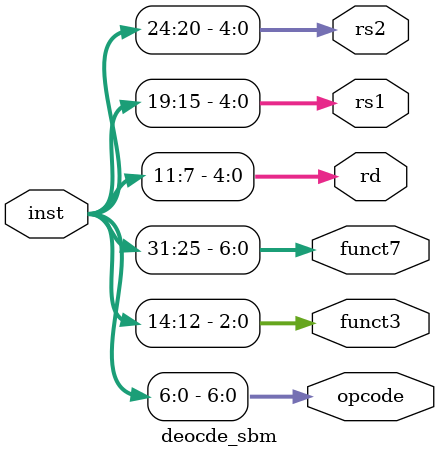
<source format=sv>

module deocde_sbm (
	input logic [31:0] inst,

	output logic [6:0] opcode,

	output logic [2:0] funct3,
	output logic [6:0] funct7,

	output logic [4:0] rd,
	output logic [4:0] rs1,
	output logic [4:0] rs2
);

assign opcode = inst[6:0];
assign funct3 = inst[14:12];
assign funct7 = inst[31:25];
assign rd = inst[11:7];
assign rs1 = inst[19:15];
assign rs2 = inst[24:20];

endmodule

</source>
